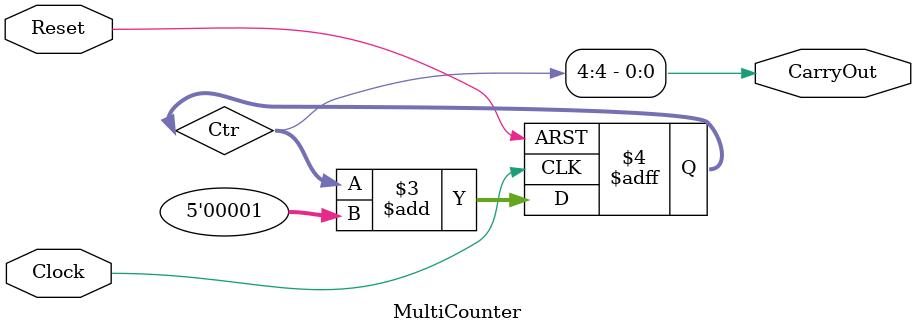
<source format=v>
module MultiCounter (output CarryOut, input Clock, Reset);
  //
  reg[4:0] Ctr; // Carry from bit 3 to bit 4 is used.
  //
  always@(posedge Reset, posedge Clock)
    if (Reset==1'b1)
         Ctr <= 'b0;
    else Ctr <= Ctr + 5'h1;
  //
  assign CarryOut = Ctr[4];
  //
endmodule // MultiCounter.

</source>
